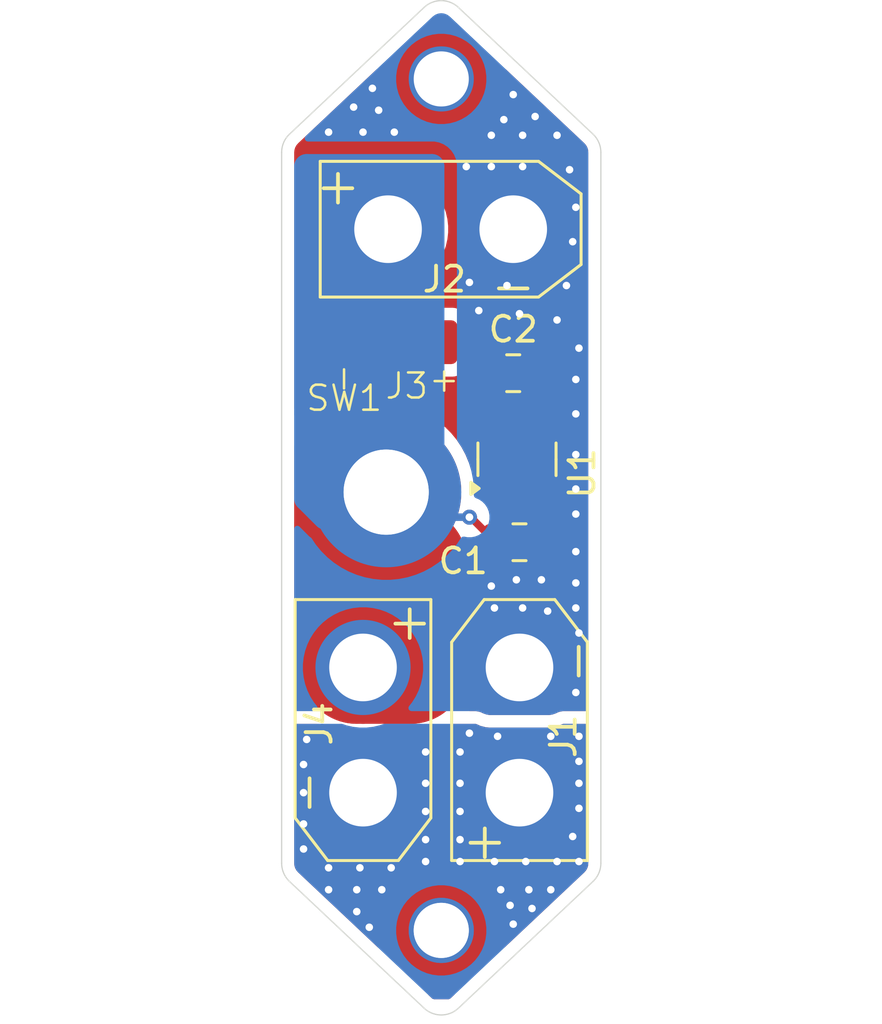
<source format=kicad_pcb>
(kicad_pcb (version 20241229) (generator "pcbnew") (generator_version "9.0")
  (layers (0 "F.Cu" signal) (2 "B.Cu" signal) (13 "F.Paste" user) (15 "B.Paste" user) (5 "F.SilkS" user "F.Silkscreen") (7 "B.SilkS" user "B.Silkscreen") (1 "F.Mask" user) (3 "B.Mask" user) (25 "Edge.Cuts" user))
  (net 0 "")
  (net 1 "Net-(J2-Pin_1)")
  (net 2 "/GND")
  (net 3 "Net-(J3-Pin_1)")
  (net 4 "Net-(J1-Pin_1)")
  (net 5 "Net-(J4-Pin_1)")
  (footprint "" (layer "F.Cu") (at 109.375 89.75)
    (property "Reference" "" (at 0 0 0) (layer "F.SilkS") (effects (font (size 1.27 1.27))))
    (property "Value" "")
    (pad "1" thru_hole circle (at 0 0) (size 2.6 2.6) (drill 2.2) (layers "*.Cu" "*.Mask"))
  )
  (footprint "Capacitor_SMD:C_0805_2012Metric" (layer "F.Cu") (at 112.5 74.25 180)
    (property "Reference" "C1" (at 2.25 -0.75 0) (layer "F.SilkS"))
    (property "Value" "1uF")
    (fp_line (start -0.261252 0.735) (end 0.261252 0.735) (stroke (width 0.12)) (layer "F.SilkS"))
    (fp_line (start -0.261252 -0.735) (end 0.261252 -0.735) (stroke (width 0.12)) (layer "F.SilkS"))
    (pad "1" smd roundrect (at -0.95 0 180) (size 1 1.45) (layers "F.Cu" "F.Mask" "F.Paste") (net 2 "/GND"))
    (pad "2" smd roundrect (at 0.95 0 180) (size 1 1.45) (layers "F.Cu" "F.Mask" "F.Paste") (net 1 "Net-(J2-Pin_1)"))
  )
  (footprint "MountingHole:MountingHole_2.2mm_M2_DIN965_Pad_TopOnly" (layer "F.Cu") (at 109.375 89.75)
    (property "Reference" "REF**" (hide yes))
    (property "Value" "MountingHole_2.2mm_M2_DIN965_Pad_TopOnly")
    (pad "1" thru_hole circle (at 0 0) (size 2.6 2.6) (drill 2.2) (layers "*.Cu" "*.Mask"))
    (pad "1" connect circle (at 0 0) (size 3.8 3.8) (layers "F.Cu" "F.Mask"))
  )
  (footprint "MountingHole:MountingHole_2.2mm_M2_DIN965_Pad_TopOnly" (layer "F.Cu") (at 109.375 55.75)
    (property "Reference" "REF**" (hide yes))
    (property "Value" "MountingHole_2.2mm_M2_DIN965_Pad_TopOnly")
    (pad "1" thru_hole circle (at 0 0) (size 2.6 2.6) (drill 2.2) (layers "*.Cu" "*.Mask"))
    (pad "1" connect circle (at 0 0) (size 3.8 3.8) (layers "F.Cu" "F.Mask"))
  )
  (footprint "Custom:SignalWirePads" (layer "F.Cu") (at 103.975 68.3625)
    (property "Reference" "J3" (at 4.025 -0.35 0) (layer "F.SilkS") (effects (font (thickness 0.1))))
    (property "Value" "Conn_01x02_Socket")
    (fp_text user "-" (at 2.025 0.05 90) (layer "F.SilkS") (effects (font (thickness 0.1)) (justify left bottom)))
    (fp_text user "+" (at 6.025 0.1375 90) (layer "F.SilkS") (effects (font (thickness 0.1)) (justify left bottom)))
    (pad "1" smd roundrect (at 4.8 -2.1) (size 2.5 1.75) (layers "F.Cu" "F.Mask" "F.Paste") (roundrect_rratio 0.1428571429) (net 3 "Net-(J3-Pin_1)"))
    (pad "2" smd roundrect (at 1.5 -2.1) (size 2.5 1.75) (layers "F.Cu" "F.Mask" "F.Paste") (roundrect_rratio 0.1428571429) (net 2 "/GND"))
  )
  (footprint "Connector_AMASS:AMASS_XT30U-M_1x02_P5.0mm_Vertical" (layer "F.Cu") (at 106.25 84.25 90)
    (property "Reference" "J4" (at 2.75 -1.75 90) (layer "F.SilkS"))
    (property "Value" "Conn_01x02_Socket" (hide yes))
    (fp_line (start 7.71 -2.71) (end 7.71 2.71) (stroke (width 0.12)) (layer "F.SilkS"))
    (fp_line (start -1.01 -2.71) (end 7.71 -2.71) (stroke (width 0.12)) (layer "F.SilkS"))
    (fp_line (start -2.71 -1.41) (end -1.01 -2.71) (stroke (width 0.12)) (layer "F.SilkS"))
    (fp_line (start -2.71 -1.41) (end -2.71 1.41) (stroke (width 0.12)) (layer "F.SilkS"))
    (fp_line (start -2.71 1.41) (end -1.01 2.71) (stroke (width 0.12)) (layer "F.SilkS"))
    (fp_line (start -1.01 2.71) (end 7.71 2.71) (stroke (width 0.12)) (layer "F.SilkS"))
    (fp_text user "-" (at 0 -2.25 90) (layer "F.SilkS") (effects (font (size 1.5 1.5))))
    (fp_text user "+" (at 6.75 1.75 90) (layer "F.SilkS") (effects (font (size 1.5 1.5))))
    (pad "1" thru_hole circle (at 5 0 90) (size 3.8 3.8) (drill 2.7) (layers "*.Cu" "*.Mask") (net 5 "Net-(J4-Pin_1)"))
    (pad "2" thru_hole roundrect (at 0 0 90) (size 3.8 3.8) (drill 2.7) (layers "*.Cu" "*.Mask") (roundrect_rratio 0.2) (net 4 "Net-(J1-Pin_1)"))
  )
  (footprint "Capacitor_SMD:C_0805_2012Metric" (layer "F.Cu") (at 112.25 67.5)
    (property "Reference" "C2" (at 0 -1.75 0) (layer "F.SilkS"))
    (property "Value" "2.2uF")
    (fp_line (start -0.261252 -0.735) (end 0.261252 -0.735) (stroke (width 0.12)) (layer "F.SilkS"))
    (fp_line (start -0.261252 0.735) (end 0.261252 0.735) (stroke (width 0.12)) (layer "F.SilkS"))
    (pad "1" smd roundrect (at -0.95 0) (size 1 1.45) (layers "F.Cu" "F.Mask" "F.Paste") (net 2 "/GND"))
    (pad "2" smd roundrect (at 0.95 0) (size 1 1.45) (layers "F.Cu" "F.Mask" "F.Paste") (net 3 "Net-(J3-Pin_1)"))
  )
  (footprint "Package_TO_SOT_SMD:SOT-23" (layer "F.Cu") (at 112.4 70.9375 90)
    (property "Reference" "U1" (at -0.5625 2.6 90) (layer "F.SilkS"))
    (property "Value" "AP7381-50SA-7")
    (fp_line (start 0 -1.56) (end 0.65 -1.56) (stroke (width 0.12)) (layer "F.SilkS"))
    (fp_line (start 0 -1.56) (end -0.65 -1.56) (stroke (width 0.12)) (layer "F.SilkS"))
    (fp_line (start 0 1.56) (end 0.65 1.56) (stroke (width 0.12)) (layer "F.SilkS"))
    (fp_line (start 0 1.56) (end -0.65 1.56) (stroke (width 0.12)) (layer "F.SilkS"))
    (fp_poly (pts (xy -1.1625 -1.51) (xy -1.4025 -1.84) (xy -0.9225 -1.84) (xy -1.1625 -1.51)) (stroke (width 0.12)) (fill yes) (layer "F.SilkS"))
    (pad "1" smd roundrect (at -0.9375 -0.95 90) (size 1.475 0.6) (layers "F.Cu" "F.Mask" "F.Paste") (net 1 "Net-(J2-Pin_1)"))
    (pad "2" smd roundrect (at -0.9375 0.95 90) (size 1.475 0.6) (layers "F.Cu" "F.Mask" "F.Paste") (net 3 "Net-(J3-Pin_1)"))
    (pad "3" smd roundrect (at 0.9375 0 90) (size 1.475 0.6) (layers "F.Cu" "F.Mask" "F.Paste") (net 2 "/GND"))
  )
  (footprint "Connector_AMASS:AMASS_XT30U-M_1x02_P5.0mm_Vertical" (layer "F.Cu") (at 112.25 61.75 180)
    (property "Reference" "J2" (at 2.75 -2 0) (layer "F.SilkS"))
    (property "Value" "Conn_01x02_Socket")
    (fp_line (start 7.71 -2.71) (end 7.71 2.71) (stroke (width 0.12)) (layer "F.SilkS"))
    (fp_line (start -1.01 2.71) (end 7.71 2.71) (stroke (width 0.12)) (layer "F.SilkS"))
    (fp_line (start -1.01 -2.71) (end 7.71 -2.71) (stroke (width 0.12)) (layer "F.SilkS"))
    (fp_line (start -2.71 1.41) (end -1.01 2.71) (stroke (width 0.12)) (layer "F.SilkS"))
    (fp_line (start -2.71 -1.41) (end -1.01 -2.71) (stroke (width 0.12)) (layer "F.SilkS"))
    (fp_line (start -2.71 -1.41) (end -2.71 1.41) (stroke (width 0.12)) (layer "F.SilkS"))
    (fp_text user "+" (at 7 1.75 0) (layer "F.SilkS") (effects (font (size 1.5 1.5))))
    (fp_text user "-" (at 0 -2.25 0) (layer "F.SilkS") (effects (font (size 1.5 1.5))))
    (pad "1" thru_hole circle (at 5 0 180) (size 3.8 3.8) (drill 2.7) (layers "*.Cu" "*.Mask") (net 1 "Net-(J2-Pin_1)"))
    (pad "2" thru_hole roundrect (at 0 0 180) (size 3.8 3.8) (drill 2.7) (layers "*.Cu" "*.Mask") (roundrect_rratio 0.2) (net 2 "/GND"))
  )
  (footprint "Connector_AMASS:AMASS_XT30U-M_1x02_P5.0mm_Vertical" (layer "F.Cu") (at 112.5 79.25 -90)
    (property "Reference" "J1" (at 2.75 -1.75 90) (layer "F.SilkS"))
    (property "Value" "Conn_01x02_Socket" (hide yes))
    (fp_line (start -1.01 2.71) (end 7.71 2.71) (stroke (width 0.12)) (layer "F.SilkS"))
    (fp_line (start -2.71 1.41) (end -1.01 2.71) (stroke (width 0.12)) (layer "F.SilkS"))
    (fp_line (start -2.71 -1.41) (end -2.71 1.41) (stroke (width 0.12)) (layer "F.SilkS"))
    (fp_line (start -2.71 -1.41) (end -1.01 -2.71) (stroke (width 0.12)) (layer "F.SilkS"))
    (fp_line (start -1.01 -2.71) (end 7.71 -2.71) (stroke (width 0.12)) (layer "F.SilkS"))
    (fp_line (start 7.71 -2.71) (end 7.71 2.71) (stroke (width 0.12)) (layer "F.SilkS"))
    (fp_text user "+" (at 7 1.5 90) (layer "F.SilkS") (effects (font (size 1.5 1.5))))
    (fp_text user "-" (at -0.25 -2.25 90) (layer "F.SilkS") (effects (font (size 1.5 1.5))))
    (pad "1" thru_hole circle (at 5 0 270) (size 3.8 3.8) (drill 2.7) (layers "*.Cu" "*.Mask") (net 4 "Net-(J1-Pin_1)"))
    (pad "2" thru_hole roundrect (at 0 0 270) (size 3.8 3.8) (drill 2.7) (layers "*.Cu" "*.Mask") (roundrect_rratio 0.2) (net 2 "/GND"))
  )
  (footprint "Custom:Screw Switch" (layer "B.Cu") (at 115.575 72.55 180)
    (property "Reference" "SW1" (at 10.075 4.05 0) (layer "F.SilkS") (effects (font (thickness 0.1))))
    (property "Value" "SW_DIP_x01")
    (pad "" np_thru_hole circle (at 8.4 0.3 180) (size 3.4 3.4) (drill 3.4) (layers "*.Cu" "*.Mask") (padstack (mode custom) (layer "B.Cu" (shape circle) (size 6 6) (clearance 0))))
    (pad "" np_thru_hole circle (at 8.4 0.3 180) (size 6 6) (drill 3.4) (layers "*.Cu" "*.Mask") (clearance 0) (padstack (mode custom) (layer "B.Cu" (shape circle) (size 6 6) (clearance 0))))
  )
  (gr_line (start 103.314635 87.796127) (end 108.689635 92.854951) (stroke (width 0.05)) (layer "Edge.Cuts"))
  (gr_arc (start 108.689635 52.895049) (mid 109.375 52.623249) (end 110.060365 52.895049) (stroke (width 0.05)) (layer "Edge.Cuts"))
  (gr_arc (start 103 58.682073) (mid 103.082032 58.285446) (end 103.314635 57.953873) (stroke (width 0.05)) (layer "Edge.Cuts"))
  (gr_arc (start 115.435365 57.953873) (mid 115.667978 58.28544) (end 115.75 58.682073) (stroke (width 0.05)) (layer "Edge.Cuts"))
  (gr_line (start 103.314635 57.953873) (end 108.689635 52.895049) (stroke (width 0.05)) (layer "Edge.Cuts"))
  (gr_arc (start 103.314635 87.796127) (mid 103.082022 87.46456) (end 103 87.067927) (stroke (width 0.05)) (layer "Edge.Cuts"))
  (gr_line (start 110.060365 52.895049) (end 115.435365 57.953873) (stroke (width 0.05)) (layer "Edge.Cuts"))
  (gr_arc (start 115.75 87.067927) (mid 115.667968 87.464554) (end 115.435365 87.796127) (stroke (width 0.05)) (layer "Edge.Cuts"))
  (gr_line (start 110.060365 92.854951) (end 115.435365 87.796127) (stroke (width 0.05)) (layer "Edge.Cuts"))
  (gr_line (start 103 58.682073) (end 103 87.067927) (stroke (width 0.05)) (layer "Edge.Cuts"))
  (gr_arc (start 110.060365 92.854951) (mid 109.375 93.126751) (end 108.689635 92.854951) (stroke (width 0.05)) (layer "Edge.Cuts"))
  (gr_line (start 115.75 87.067927) (end 115.75 58.682073) (stroke (width 0.05)) (layer "Edge.Cuts"))
  (segment (start 110.5 73.25) (end 110.55 73.25) (width 0.3) (layer "F.Cu") (net 1))
  (segment (start 110.55 73.25) (end 111.55 74.25) (width 0.3) (layer "F.Cu") (net 1))
  (segment (start 111.55 74.25) (end 111.55 71.975) (width 0.3) (layer "F.Cu") (net 1))
  (segment (start 111.55 71.975) (end 111.45 71.875) (width 0.3) (layer "F.Cu") (net 1))
  (via (at 110.5 73.25) (size 0.6) (drill 0.3) (layers "F.Cu" "B.Cu") (net 1))
  (via (at 110.5 73.25) (size 0.6) (drill 0.3) (layers "F.Cu" "B.Cu") (net 1))
  (segment (start 109 60) (end 105 60) (width 1) (layer "B.Cu") (net 1))
  (segment (start 107.25 64.75) (end 107.25 69) (width 4.5) (layer "B.Cu") (net 1))
  (segment (start 104 59.25) (end 109 59.25) (width 1) (layer "B.Cu") (net 1))
  (segment (start 104 69.075) (end 104 59.25) (width 1) (layer "B.Cu") (net 1))
  (segment (start 106.75 61.75) (end 107.25 61.75) (width 1) (layer "B.Cu") (net 1))
  (segment (start 104.75 60) (end 104.75 69.25) (width 1) (layer "B.Cu") (net 1))
  (segment (start 104.75 69.25) (end 104.4625 69.5375) (width 1) (layer "B.Cu") (net 1))
  (segment (start 104.4625 69.5375) (end 104 69.075) (width 1) (layer "B.Cu") (net 1))
  (segment (start 107.175 72.25) (end 104.4625 69.5375) (width 1) (layer "B.Cu") (net 1))
  (segment (start 109 60) (end 109 63) (width 1) (layer "B.Cu") (net 1))
  (segment (start 108.175 73.25) (end 110.5 73.25) (width 0.3) (layer "B.Cu") (net 1))
  (segment (start 105.425001 70.5) (end 105.442589 70.517588) (width 1) (layer "B.Cu") (net 1))
  (segment (start 107.25 61.75) (end 107.25 64.75) (width 4.5) (layer "B.Cu") (net 1))
  (segment (start 105 60) (end 106.75 61.75) (width 1) (layer "B.Cu") (net 1))
  (segment (start 104 70.5) (end 105.425001 70.5) (width 1) (layer "B.Cu") (net 1))
  (segment (start 109 63) (end 107.25 64.75) (width 1) (layer "B.Cu") (net 1))
  (segment (start 109 59.25) (end 109 60) (width 1) (layer "B.Cu") (net 1))
  (segment (start 104 69.075) (end 104 70.5) (width 1) (layer "B.Cu") (net 1))
  (segment (start 107.25 72.175) (end 107.175 72.25) (width 4.5) (layer "B.Cu") (net 1))
  (segment (start 104 72.5) (end 104.75 73.25) (width 1) (layer "B.Cu") (net 1))
  (segment (start 107.175 72.25) (end 108.175 73.25) (width 0.3) (layer "B.Cu") (net 1))
  (segment (start 104 72) (end 104 72.5) (width 1) (layer "B.Cu") (net 1))
  (segment (start 107.25 69) (end 107.25 72.175) (width 4.5) (layer "B.Cu") (net 1))
  (segment (start 104 70.5) (end 104 72) (width 1) (layer "B.Cu") (net 1))
  (segment (start 105 60) (end 104.75 60) (width 1) (layer "B.Cu") (net 1))
  (via (at 114.75 75.875) (size 0.6) (drill 0.3) (layers "F.Cu" "B.Cu") (net 2))
  (via (at 114.625 62.25) (size 0.6) (drill 0.3) (layers "F.Cu" "B.Cu") (net 2))
  (via (at 112 64) (size 0.6) (drill 0.3) (layers "F.Cu" "B.Cu") (net 2))
  (via (at 114.75 67.75) (size 0.6) (drill 0.3) (layers "F.Cu" "B.Cu") (net 2))
  (via (at 111.375 58) (size 0.6) (drill 0.3) (layers "F.Cu" "B.Cu") (net 2))
  (via (at 114.75 60.875) (size 0.6) (drill 0.3) (layers "F.Cu" "B.Cu") (net 2))
  (via (at 113.625 77) (size 0.6) (drill 0.3) (layers "F.Cu" "B.Cu") (net 2))
  (via (at 106.625 56.125) (size 0.6) (drill 0.3) (layers "F.Cu" "B.Cu") (net 2))
  (via (at 106.875 57) (size 0.6) (drill 0.3) (layers "F.Cu" "B.Cu") (net 2))
  (via (at 113.125 57.25) (size 0.6) (drill 0.3) (layers "F.Cu" "B.Cu") (net 2))
  (via (at 114 58) (size 0.6) (drill 0.3) (layers "F.Cu" "B.Cu") (net 2))
  (via (at 112.25 56.375) (size 0.6) (drill 0.3) (layers "F.Cu" "B.Cu") (net 2))
  (via (at 110.375 59.25) (size 0.6) (drill 0.3) (layers "F.Cu" "B.Cu") (net 2))
  (via (at 110.875 65) (size 0.6) (drill 0.3) (layers "F.Cu" "B.Cu") (net 2))
  (via (at 112.375 75.75) (size 0.6) (drill 0.3) (layers "F.Cu" "B.Cu") (net 2))
  (via (at 111.5 76.875) (size 0.6) (drill 0.3) (layers "F.Cu" "B.Cu") (net 2))
  (via (at 112.625 59.25) (size 0.6) (drill 0.3) (layers "F.Cu" "B.Cu") (net 2))
  (via (at 112.5 65.125) (size 0.6) (drill 0.3) (layers "F.Cu" "B.Cu") (net 2))
  (via (at 105.875 56.875) (size 0.6) (drill 0.3) (layers "F.Cu" "B.Cu") (net 2))
  (via (at 114.75 80.25) (size 0.6) (drill 0.3) (layers "F.Cu" "B.Cu") (net 2))
  (via (at 114.75 76.875) (size 0.6) (drill 0.3) (layers "F.Cu" "B.Cu") (net 2))
  (via (at 114.75 70.75) (size 0.6) (drill 0.3) (layers "F.Cu" "B.Cu") (net 2))
  (via (at 114.75 74.625) (size 0.6) (drill 0.3) (layers "F.Cu" "B.Cu") (net 2))
  (via (at 107.5 57.875) (size 0.6) (drill 0.3) (layers "F.Cu" "B.Cu") (net 2))
  (via (at 114.75 73.125) (size 0.6) (drill 0.3) (layers "F.Cu" "B.Cu") (net 2))
  (via (at 114.375 64) (size 0.6) (drill 0.3) (layers "F.Cu" "B.Cu") (net 2))
  (via (at 113.375 75.75) (size 0.6) (drill 0.3) (layers "F.Cu" "B.Cu") (net 2))
  (via (at 112.625 76.875) (size 0.6) (drill 0.3) (layers "F.Cu" "B.Cu") (net 2))
  (via (at 114 65.375) (size 0.6) (drill 0.3) (layers "F.Cu" "B.Cu") (net 2))
  (via (at 111.375 76) (size 0.6) (drill 0.3) (layers "F.Cu" "B.Cu") (net 2))
  (via (at 114.75 72.125) (size 0.6) (drill 0.3) (layers "F.Cu" "B.Cu") (net 2))
  (via (at 110.5 63.875) (size 0.6) (drill 0.3) (layers "F.Cu" "B.Cu") (net 2))
  (via (at 112.625 58) (size 0.6) (drill 0.3) (layers "F.Cu" "B.Cu") (net 2))
  (via (at 111.375 59.25) (size 0.6) (drill 0.3) (layers "F.Cu" "B.Cu") (net 2))
  (via (at 114.5 59.375) (size 0.6) (drill 0.3) (layers "F.Cu" "B.Cu") (net 2))
  (via (at 106.25 57.875) (size 0.6) (drill 0.3) (layers "F.Cu" "B.Cu") (net 2))
  (via (at 114.875 77.875) (size 0.6) (drill 0.3) (layers "F.Cu" "B.Cu") (net 2))
  (via (at 104.875 57.875) (size 0.6) (drill 0.3) (layers "F.Cu" "B.Cu") (net 2))
  (via (at 114.875 66.5) (size 0.6) (drill 0.3) (layers "F.Cu" "B.Cu") (net 2))
  (via (at 111.875 57.375) (size 0.6) (drill 0.3) (layers "F.Cu" "B.Cu") (net 2))
  (via (at 114.75 69.125) (size 0.6) (drill 0.3) (layers "F.Cu" "B.Cu") (net 2))
  (segment (start 113.35 67.65) (end 113.2 67.5) (width 0.3) (layer "F.Cu") (net 3))
  (segment (start 113.2 67.5) (end 111.9625 66.2625) (width 0.3) (layer "F.Cu") (net 3))
  (segment (start 111.9625 66.2625) (end 108.775 66.2625) (width 0.3) (layer "F.Cu") (net 3))
  (segment (start 113.35 71.875) (end 113.35 67.65) (width 0.3) (layer "F.Cu") (net 3))
  (via (at 112.75 87) (size 0.6) (drill 0.3) (layers "F.Cu" "B.Cu") (net 4))
  (via (at 114.875 83) (size 0.6) (drill 0.3) (layers "F.Cu" "B.Cu") (net 4))
  (via (at 108.75 87) (size 0.6) (drill 0.3) (layers "F.Cu" "B.Cu") (net 4))
  (via (at 112.875 88.125) (size 0.6) (drill 0.3) (layers "F.Cu" "B.Cu") (net 4))
  (via (at 114 87) (size 0.6) (drill 0.3) (layers "F.Cu" "B.Cu") (net 4))
  (via (at 111.625 82) (size 0.6) (drill 0.3) (layers "F.Cu" "B.Cu") (net 4))
  (via (at 103.875 84.25) (size 0.6) (drill 0.3) (layers "F.Cu" "B.Cu") (net 4))
  (via (at 104.875 87.25) (size 0.6) (drill 0.3) (layers "F.Cu" "B.Cu") (net 4))
  (via (at 114.625 86) (size 0.6) (drill 0.3) (layers "F.Cu" "B.Cu") (net 4))
  (via (at 104.875 88.125) (size 0.6) (drill 0.3) (layers "F.Cu" "B.Cu") (net 4))
  (via (at 110.125 87) (size 0.6) (drill 0.3) (layers "F.Cu" "B.Cu") (net 4))
  (via (at 104 82.125) (size 0.6) (drill 0.3) (layers "F.Cu" "B.Cu") (net 4))
  (via (at 108.75 85) (size 0.6) (drill 0.3) (layers "F.Cu" "B.Cu") (net 4))
  (via (at 108.75 83.875) (size 0.6) (drill 0.3) (layers "F.Cu" "B.Cu") (net 4))
  (via (at 113 88.875) (size 0.6) (drill 0.3) (layers "F.Cu" "B.Cu") (net 4))
  (via (at 103.875 86.5) (size 0.6) (drill 0.3) (layers "F.Cu" "B.Cu") (net 4))
  (via (at 106.5 89.625) (size 0.6) (drill 0.3) (layers "F.Cu" "B.Cu") (net 4))
  (via (at 114.875 82) (size 0.6) (drill 0.3) (layers "F.Cu" "B.Cu") (net 4))
  (via (at 110.125 82.625) (size 0.6) (drill 0.3) (layers "F.Cu" "B.Cu") (net 4))
  (via (at 112.125 88.75) (size 0.6) (drill 0.3) (layers "F.Cu" "B.Cu") (net 4))
  (via (at 106.125 87.25) (size 0.6) (drill 0.3) (layers "F.Cu" "B.Cu") (net 4))
  (via (at 103.875 83.125) (size 0.6) (drill 0.3) (layers "F.Cu" "B.Cu") (net 4))
  (via (at 110.125 83.875) (size 0.6) (drill 0.3) (layers "F.Cu" "B.Cu") (net 4))
  (via (at 113.75 82) (size 0.6) (drill 0.3) (layers "F.Cu" "B.Cu") (net 4))
  (via (at 114.875 84.875) (size 0.6) (drill 0.3) (layers "F.Cu" "B.Cu") (net 4))
  (via (at 106 89) (size 0.6) (drill 0.3) (layers "F.Cu" "B.Cu") (net 4))
  (via (at 110.125 85) (size 0.6) (drill 0.3) (layers "F.Cu" "B.Cu") (net 4))
  (via (at 114.875 87) (size 0.6) (drill 0.3) (layers "F.Cu" "B.Cu") (net 4))
  (via (at 107.375 87.25) (size 0.6) (drill 0.3) (layers "F.Cu" "B.Cu") (net 4))
  (via (at 111.75 88.125) (size 0.6) (drill 0.3) (layers "F.Cu" "B.Cu") (net 4))
  (via (at 108.75 86.125) (size 0.6) (drill 0.3) (layers "F.Cu" "B.Cu") (net 4))
  (via (at 114.875 83.875) (size 0.6) (drill 0.3) (layers "F.Cu" "B.Cu") (net 4))
  (via (at 107 88.125) (size 0.6) (drill 0.3) (layers "F.Cu" "B.Cu") (net 4))
  (via (at 106 88.125) (size 0.6) (drill 0.3) (layers "F.Cu" "B.Cu") (net 4))
  (via (at 113.75 88.125) (size 0.6) (drill 0.3) (layers "F.Cu" "B.Cu") (net 4))
  (via (at 110.125 86.125) (size 0.6) (drill 0.3) (layers "F.Cu" "B.Cu") (net 4))
  (via (at 110.5 81.875) (size 0.6) (drill 0.3) (layers "F.Cu" "B.Cu") (net 4))
  (via (at 112.25 89.5) (size 0.6) (drill 0.3) (layers "F.Cu" "B.Cu") (net 4))
  (via (at 103.875 85.5) (size 0.6) (drill 0.3) (layers "F.Cu" "B.Cu") (net 4))
  (via (at 111.5 87) (size 0.6) (drill 0.3) (layers "F.Cu" "B.Cu") (net 4))
  (via (at 108.75 82.625) (size 0.6) (drill 0.3) (layers "F.Cu" "B.Cu") (net 4))
  (segment (start 108.15 75.075) (end 106.25 73.175) (width 4.5) (layer "F.Cu") (net 5))
  (segment (start 105.75 74.75) (end 105.75 70.825) (width 4.5) (layer "F.Cu") (net 5))
  (segment (start 106.25 79.25) (end 108.15 79.25) (width 4.5) (layer "F.Cu") (net 5))
  (segment (start 106 79.25) (end 105.75 79) (width 4.5) (layer "F.Cu") (net 5))
  (segment (start 106.25 79.25) (end 106.25 73.175) (width 4.5) (layer "F.Cu") (net 5))
  (segment (start 106.25 73.175) (end 107.175 72.25) (width 4.5) (layer "F.Cu") (net 5))
  (segment (start 105.75 73.675) (end 106.25 73.175) (width 4.5) (layer "F.Cu") (net 5))
  (segment (start 106.25 79.25) (end 106 79.25) (width 4.5) (layer "F.Cu") (net 5))
  (segment (start 108.15 79.25) (end 108.15 75.075) (width 4.5) (layer "F.Cu") (net 5))
  (segment (start 105.75 70.825) (end 107.175 72.25) (width 4.5) (layer "F.Cu") (net 5))
  (segment (start 105.75 74.75) (end 105.75 73.675) (width 4.5) (layer "F.Cu") (net 5))
  (segment (start 105.75 79) (end 105.75 74.75) (width 4.5) (layer "F.Cu") (net 5))
  (zone (net 2) (net_name "/GND") (layers "F.Cu" "B.Cu") (connect_pads yes (clearance 0.5)) (min_thickness 0.25) (fill yes (thermal_gap 0.5) (thermal_bridge_width 0.5) (island_removal_mode 1) (island_area_min 10))
    (polygon (pts (xy 103.25 58.5) (xy 108.875 53) (xy 109.875 53) (xy 115.5 58.5) (xy 115.5 81.25) (xy 103.25 81.25)))
  )
  (zone (net 4) (net_name "Net-(J1-Pin_1)") (layers "F.Cu" "B.Cu") (priority 1) (connect_pads yes (clearance 0.5)) (min_thickness 0.25) (fill yes (thermal_gap 0.5) (thermal_bridge_width 0.5) (island_removal_mode 1) (island_area_min 10))
    (polygon (pts (xy 103.25 81.5) (xy 115.5 81.5) (xy 115.5 87.25) (xy 110 92.5) (xy 108.625 92.5) (xy 103.25 87.25)))
  )
)
</source>
